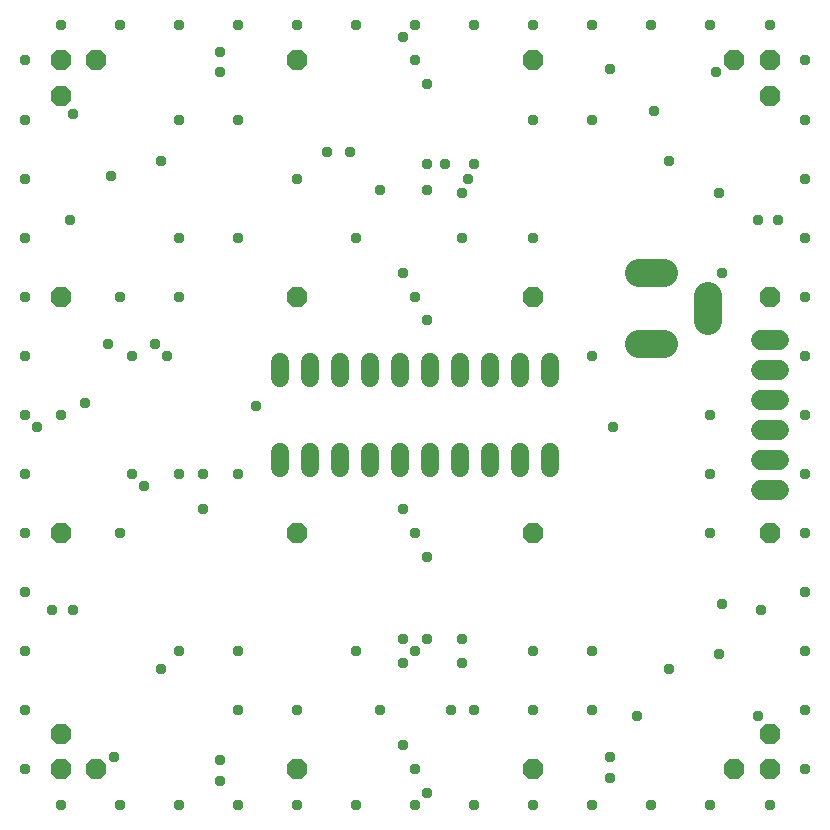
<source format=gbr>
G04 EAGLE Gerber RS-274X export*
G75*
%MOMM*%
%FSLAX34Y34*%
%LPD*%
%INSoldermask Top*%
%IPPOS*%
%AMOC8*
5,1,8,0,0,1.08239X$1,22.5*%
G01*
%ADD10C,2.387600*%
%ADD11P,1.869504X8X202.500000*%
%ADD12C,1.727200*%
%ADD13C,1.524000*%
%ADD14C,0.959600*%


D10*
X598000Y450922D02*
X598000Y429078D01*
X560922Y470000D02*
X539078Y470000D01*
X539078Y410000D02*
X560922Y410000D01*
D11*
X50000Y50000D03*
X250000Y450000D03*
X450000Y450000D03*
X650000Y450000D03*
X50000Y650000D03*
X250000Y650000D03*
X450000Y650000D03*
X650000Y650000D03*
X80000Y50000D03*
X650000Y80000D03*
X620000Y650000D03*
X250000Y50000D03*
X50000Y620000D03*
X50000Y80000D03*
X620000Y50000D03*
X650000Y620000D03*
X80000Y650000D03*
D12*
X642380Y286500D02*
X657620Y286500D01*
X657620Y311900D02*
X642380Y311900D01*
X642380Y337300D02*
X657620Y337300D01*
X657620Y362700D02*
X642380Y362700D01*
X642380Y388100D02*
X657620Y388100D01*
X657620Y413500D02*
X642380Y413500D01*
D11*
X450000Y50000D03*
X650000Y50000D03*
X50000Y250000D03*
X250000Y250000D03*
X450000Y250000D03*
X650000Y250000D03*
X50000Y450000D03*
D13*
X464300Y318504D02*
X464300Y305296D01*
X438900Y305296D02*
X438900Y318504D01*
X311900Y318504D02*
X311900Y305296D01*
X286500Y305296D02*
X286500Y318504D01*
X413500Y318504D02*
X413500Y305296D01*
X388100Y305296D02*
X388100Y318504D01*
X337300Y318504D02*
X337300Y305296D01*
X362700Y305296D02*
X362700Y318504D01*
X261100Y318504D02*
X261100Y305296D01*
X235700Y305296D02*
X235700Y318504D01*
X235700Y381496D02*
X235700Y394704D01*
X261100Y394704D02*
X261100Y381496D01*
X286500Y381496D02*
X286500Y394704D01*
X311900Y394704D02*
X311900Y381496D01*
X337300Y381496D02*
X337300Y394704D01*
X362700Y394704D02*
X362700Y381496D01*
X388100Y381496D02*
X388100Y394704D01*
X413500Y394704D02*
X413500Y381496D01*
X438900Y381496D02*
X438900Y394704D01*
X464300Y394704D02*
X464300Y381496D01*
D14*
X60000Y185000D03*
X185000Y40000D03*
X515000Y60000D03*
X640000Y515000D03*
X185000Y640000D03*
X20000Y100000D03*
X20000Y50000D03*
X50000Y20000D03*
X100000Y20000D03*
X150000Y20000D03*
X200000Y20000D03*
X250000Y20000D03*
X300000Y20000D03*
X350000Y20000D03*
X400000Y20000D03*
X450000Y20000D03*
X500000Y20000D03*
X550000Y20000D03*
X600000Y20000D03*
X650000Y20000D03*
X680000Y50000D03*
X680000Y100000D03*
X680000Y150000D03*
X680000Y200000D03*
X680000Y250000D03*
X680000Y300000D03*
X680000Y350000D03*
X680000Y400000D03*
X680000Y450000D03*
X680000Y500000D03*
X680000Y550000D03*
X680000Y600000D03*
X680000Y650000D03*
X650000Y680000D03*
X600000Y680000D03*
X550000Y680000D03*
X500000Y680000D03*
X450000Y680000D03*
X400000Y680000D03*
X350000Y680000D03*
X300000Y680000D03*
X250000Y680000D03*
X200000Y680000D03*
X150000Y680000D03*
X100000Y680000D03*
X50000Y680000D03*
X20000Y650000D03*
X20000Y600000D03*
X20000Y550000D03*
X20000Y500000D03*
X20000Y450000D03*
X20000Y400000D03*
X20000Y350000D03*
X20000Y300000D03*
X20000Y250000D03*
X20000Y200000D03*
X20000Y150000D03*
X100000Y250000D03*
X150000Y150000D03*
X200000Y150000D03*
X200000Y100000D03*
X250000Y100000D03*
X450000Y100000D03*
X500000Y100000D03*
X500000Y150000D03*
X450000Y150000D03*
X400000Y100000D03*
X600000Y250000D03*
X150000Y450000D03*
X100000Y450000D03*
X200000Y500000D03*
X250000Y550000D03*
X200000Y600000D03*
X450000Y600000D03*
X500000Y600000D03*
X450000Y500000D03*
X500000Y400000D03*
X600000Y350000D03*
X600000Y300000D03*
X200000Y300000D03*
X300000Y150000D03*
X300000Y500000D03*
X150000Y500000D03*
X150000Y600000D03*
X350000Y250000D03*
X350000Y450000D03*
X350000Y650000D03*
X350000Y50000D03*
X50000Y350000D03*
X95000Y60000D03*
X640000Y95000D03*
X605000Y640000D03*
X60000Y605000D03*
X42500Y185000D03*
X185000Y57500D03*
X515000Y42500D03*
X642500Y185000D03*
X657500Y515000D03*
X515000Y642500D03*
X185000Y657500D03*
X57500Y515000D03*
X215000Y357500D03*
X517500Y340000D03*
X360000Y230000D03*
X340000Y160000D03*
X610000Y190000D03*
X320000Y100000D03*
X340000Y270000D03*
X340000Y140000D03*
X30000Y340000D03*
X350000Y150000D03*
X565000Y135000D03*
X390000Y160000D03*
X360000Y30000D03*
X380000Y100000D03*
X340000Y70000D03*
X390000Y140000D03*
X135000Y135000D03*
X360000Y160000D03*
X360000Y630000D03*
X360000Y562500D03*
X565000Y565000D03*
X320000Y540000D03*
X340000Y670000D03*
X375000Y562500D03*
X135000Y565000D03*
X360000Y540000D03*
X610000Y470000D03*
X395000Y550000D03*
X360000Y430000D03*
X390000Y537500D03*
X340000Y470000D03*
X390000Y500000D03*
X70000Y360000D03*
X400000Y562500D03*
X110000Y300000D03*
X607500Y537500D03*
X120000Y290000D03*
X537500Y95000D03*
X170000Y300000D03*
X552500Y607500D03*
X170000Y270000D03*
X607500Y147500D03*
X295000Y572500D03*
X275000Y572500D03*
X150000Y300000D03*
X92500Y552500D03*
X140000Y400000D03*
X130000Y410000D03*
X110000Y400000D03*
X90000Y410000D03*
M02*

</source>
